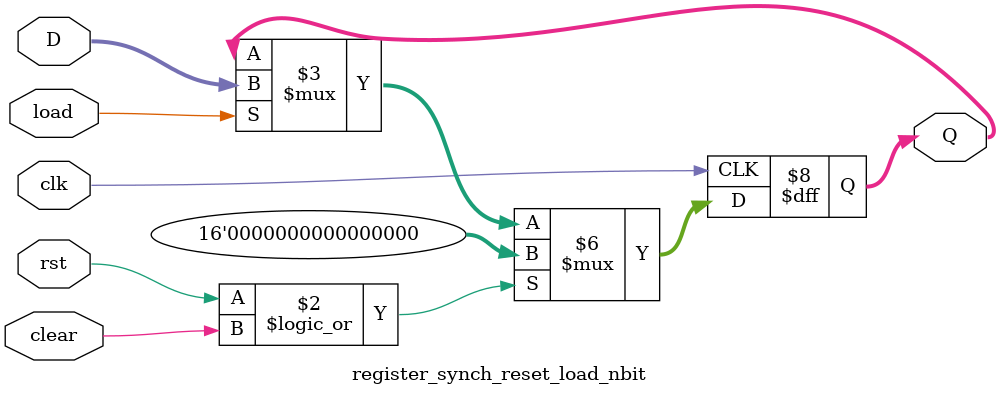
<source format=sv>
`timescale 1ns / 1ps
/* inst
register_synch_reset_load_nbit banco_op_1 (.D(), .clk(), .rst(), .load(), .Q(), .clear());
*/
module register_synch_reset_load_nbit
    #(parameter n=16)
    (
    input [n-1:0] D,
    input clk,
    input rst,
    input load,
    input clear,
    output reg[n-1:0] Q
    );
    always @(posedge clk) begin
        if (rst || clear) begin //reset de active high
            Q <= 'd0;
        end
        else if (load) begin
            Q <= D;
        end
    end
endmodule

</source>
